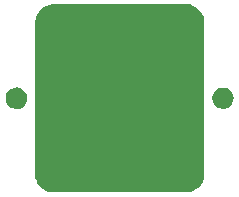
<source format=gbr>
%TF.GenerationSoftware,KiCad,Pcbnew,7.0.6*%
%TF.CreationDate,2024-06-20T12:42:18-04:00*%
%TF.ProjectId,ActiveImpactor_Encoder_Celera,41637469-7665-4496-9d70-6163746f725f,rev?*%
%TF.SameCoordinates,Original*%
%TF.FileFunction,Paste,Bot*%
%TF.FilePolarity,Positive*%
%FSLAX46Y46*%
G04 Gerber Fmt 4.6, Leading zero omitted, Abs format (unit mm)*
G04 Created by KiCad (PCBNEW 7.0.6) date 2024-06-20 12:42:18*
%MOMM*%
%LPD*%
G01*
G04 APERTURE LIST*
G04 APERTURE END LIST*
%TO.C,G\u002A\u002A\u002A*%
G36*
X-1780987Y7966848D02*
G01*
X-968892Y7965872D01*
X-74805Y7964226D01*
X127212Y7963788D01*
X6000167Y7950751D01*
X6240816Y7837940D01*
X6555061Y7644600D01*
X6819225Y7385337D01*
X7001307Y7113361D01*
X7145075Y6848247D01*
X7145075Y21202D01*
X7145075Y-6805843D01*
X7031849Y-7047397D01*
X6853109Y-7333378D01*
X6607438Y-7583158D01*
X6309942Y-7782034D01*
X6241900Y-7816144D01*
X5957763Y-7950751D01*
X84808Y-7957461D01*
X-653586Y-7958031D01*
X-1362591Y-7958041D01*
X-2037712Y-7957512D01*
X-2674455Y-7956469D01*
X-3268324Y-7954935D01*
X-3814826Y-7952932D01*
X-4309466Y-7950485D01*
X-4747749Y-7947617D01*
X-5125180Y-7944351D01*
X-5437264Y-7940710D01*
X-5679508Y-7936718D01*
X-5847416Y-7932398D01*
X-5936493Y-7927772D01*
X-5947821Y-7926184D01*
X-6241768Y-7816508D01*
X-6521974Y-7638279D01*
X-6769207Y-7407575D01*
X-6964231Y-7140474D01*
X-7023199Y-7027292D01*
X-7145075Y-6763439D01*
X-7156383Y-84808D01*
X-7157858Y795534D01*
X-7159131Y1595134D01*
X-7160160Y2318054D01*
X-7160901Y2968362D01*
X-7161310Y3550121D01*
X-7161345Y4067396D01*
X-7160961Y4524252D01*
X-7160116Y4924754D01*
X-7158766Y5272967D01*
X-7156869Y5572955D01*
X-7154379Y5828783D01*
X-7151255Y6044517D01*
X-7147453Y6224221D01*
X-7142929Y6371959D01*
X-7137641Y6491797D01*
X-7131544Y6587799D01*
X-7124596Y6664031D01*
X-7116753Y6724556D01*
X-7107971Y6773440D01*
X-7098209Y6814748D01*
X-7087421Y6852545D01*
X-7082233Y6869449D01*
X-7011201Y7052739D01*
X-6916975Y7238350D01*
X-6846265Y7348738D01*
X-6673503Y7534839D01*
X-6451238Y7706291D01*
X-6209098Y7843554D01*
X-5976716Y7927087D01*
X-5965505Y7929584D01*
X-5902335Y7936846D01*
X-5782671Y7943294D01*
X-5604194Y7948941D01*
X-5364588Y7953801D01*
X-5061533Y7957885D01*
X-4692712Y7961208D01*
X-4255807Y7963781D01*
X-3748500Y7965619D01*
X-3168473Y7966734D01*
X-2513408Y7967139D01*
X-1780987Y7966848D01*
G37*
G36*
X-8473786Y885631D02*
G01*
X-8235613Y763376D01*
X-8020545Y565092D01*
X-7997758Y537539D01*
X-7926601Y438383D01*
X-7884604Y341417D01*
X-7862240Y215961D01*
X-7851714Y67224D01*
X-7862232Y-207274D01*
X-7928418Y-429429D01*
X-8055864Y-615341D01*
X-8106218Y-665839D01*
X-8294839Y-789682D01*
X-8528220Y-865916D01*
X-8778603Y-890900D01*
X-9018231Y-860995D01*
X-9165964Y-804791D01*
X-9379971Y-648621D01*
X-9532198Y-448545D01*
X-9622029Y-219399D01*
X-9648851Y23977D01*
X-9612049Y266745D01*
X-9511007Y494066D01*
X-9345112Y691102D01*
X-9231499Y777649D01*
X-8981272Y894625D01*
X-8725520Y930000D01*
X-8473786Y885631D01*
G37*
G36*
X8887059Y909224D02*
G01*
X9125442Y840127D01*
X9337771Y710315D01*
X9509233Y523951D01*
X9619853Y301102D01*
X9663944Y47397D01*
X9635818Y-207445D01*
X9543178Y-445634D01*
X9393727Y-649382D01*
X9195170Y-800898D01*
X9128824Y-832814D01*
X8933230Y-881385D01*
X8702618Y-888280D01*
X8474950Y-855028D01*
X8319824Y-800240D01*
X8114509Y-655223D01*
X7965716Y-461506D01*
X7875095Y-235053D01*
X7844296Y8172D01*
X7874969Y252206D01*
X7968764Y481085D01*
X8127330Y678844D01*
X8163685Y710571D01*
X8391369Y848610D01*
X8637431Y913440D01*
X8887059Y909224D01*
G37*
%TD*%
M02*

</source>
